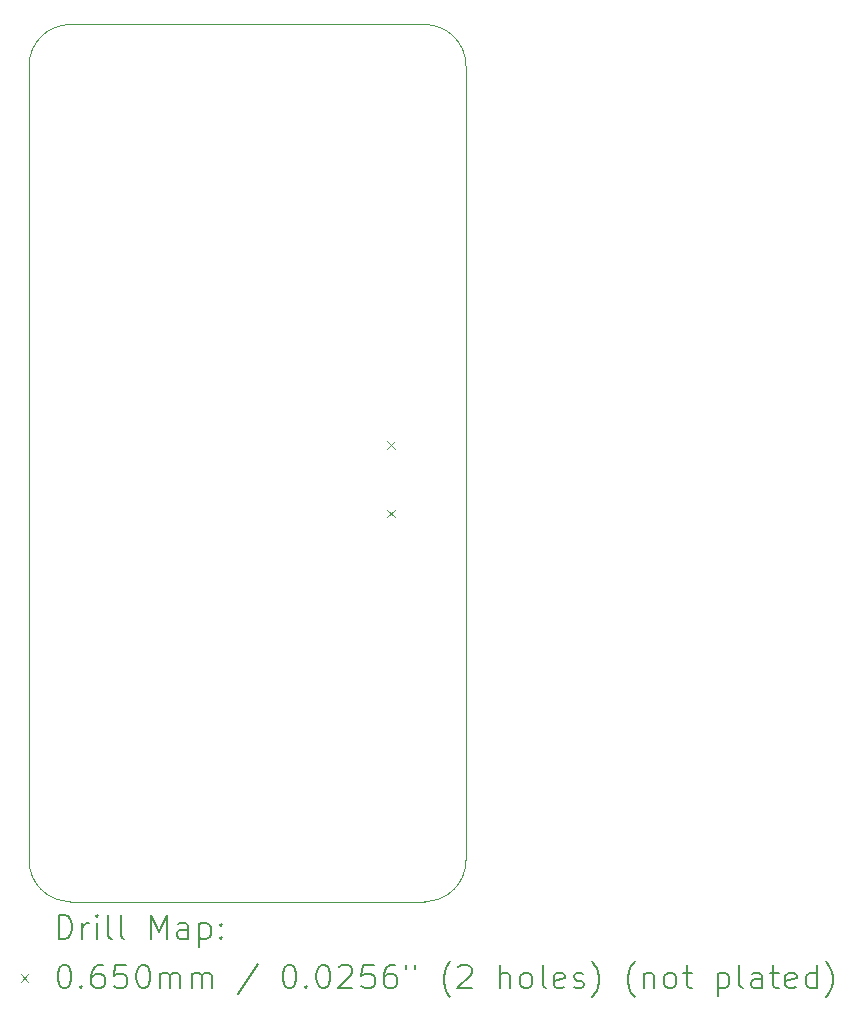
<source format=gbr>
%FSLAX45Y45*%
G04 Gerber Fmt 4.5, Leading zero omitted, Abs format (unit mm)*
G04 Created by KiCad (PCBNEW (5.99.0-7167-g34dbce6bce)) date 2021-01-04 09:36:02*
%MOMM*%
%LPD*%
G01*
G04 APERTURE LIST*
%TA.AperFunction,Profile*%
%ADD10C,0.100000*%
%TD*%
%ADD11C,0.200000*%
%ADD12C,0.065000*%
G04 APERTURE END LIST*
D10*
X1925000Y-1575000D02*
X4925000Y-1575000D01*
X1575000Y-8651000D02*
G75*
G03*
X1925000Y-9001000I350000J0D01*
G01*
X5275000Y-1925000D02*
X5275000Y-8651000D01*
X1925000Y-1575000D02*
G75*
G03*
X1575000Y-1925000I0J-350000D01*
G01*
X4925000Y-1575000D02*
G75*
G02*
X5275000Y-1925000I0J-350000D01*
G01*
X5275000Y-8651000D02*
G75*
G02*
X4925000Y-9001000I-350000J0D01*
G01*
X1575000Y-8651000D02*
X1575000Y-1925000D01*
X4925000Y-9001000D02*
X1925000Y-9001000D01*
D11*
D12*
X4607000Y-5103500D02*
X4672000Y-5168500D01*
X4672000Y-5103500D02*
X4607000Y-5168500D01*
X4607000Y-5681500D02*
X4672000Y-5746500D01*
X4672000Y-5681500D02*
X4607000Y-5746500D01*
D11*
X1827619Y-9316476D02*
X1827619Y-9116476D01*
X1875238Y-9116476D01*
X1903809Y-9126000D01*
X1922857Y-9145048D01*
X1932381Y-9164095D01*
X1941905Y-9202190D01*
X1941905Y-9230762D01*
X1932381Y-9268857D01*
X1922857Y-9287905D01*
X1903809Y-9306952D01*
X1875238Y-9316476D01*
X1827619Y-9316476D01*
X2027619Y-9316476D02*
X2027619Y-9183143D01*
X2027619Y-9221238D02*
X2037143Y-9202190D01*
X2046667Y-9192667D01*
X2065714Y-9183143D01*
X2084762Y-9183143D01*
X2151429Y-9316476D02*
X2151429Y-9183143D01*
X2151429Y-9116476D02*
X2141905Y-9126000D01*
X2151429Y-9135524D01*
X2160952Y-9126000D01*
X2151429Y-9116476D01*
X2151429Y-9135524D01*
X2275238Y-9316476D02*
X2256190Y-9306952D01*
X2246667Y-9287905D01*
X2246667Y-9116476D01*
X2380000Y-9316476D02*
X2360952Y-9306952D01*
X2351429Y-9287905D01*
X2351429Y-9116476D01*
X2608571Y-9316476D02*
X2608571Y-9116476D01*
X2675238Y-9259333D01*
X2741905Y-9116476D01*
X2741905Y-9316476D01*
X2922857Y-9316476D02*
X2922857Y-9211714D01*
X2913333Y-9192667D01*
X2894286Y-9183143D01*
X2856190Y-9183143D01*
X2837143Y-9192667D01*
X2922857Y-9306952D02*
X2903809Y-9316476D01*
X2856190Y-9316476D01*
X2837143Y-9306952D01*
X2827619Y-9287905D01*
X2827619Y-9268857D01*
X2837143Y-9249810D01*
X2856190Y-9240286D01*
X2903809Y-9240286D01*
X2922857Y-9230762D01*
X3018095Y-9183143D02*
X3018095Y-9383143D01*
X3018095Y-9192667D02*
X3037143Y-9183143D01*
X3075238Y-9183143D01*
X3094286Y-9192667D01*
X3103809Y-9202190D01*
X3113333Y-9221238D01*
X3113333Y-9278381D01*
X3103809Y-9297429D01*
X3094286Y-9306952D01*
X3075238Y-9316476D01*
X3037143Y-9316476D01*
X3018095Y-9306952D01*
X3199048Y-9297429D02*
X3208571Y-9306952D01*
X3199048Y-9316476D01*
X3189524Y-9306952D01*
X3199048Y-9297429D01*
X3199048Y-9316476D01*
X3199048Y-9192667D02*
X3208571Y-9202190D01*
X3199048Y-9211714D01*
X3189524Y-9202190D01*
X3199048Y-9192667D01*
X3199048Y-9211714D01*
D12*
X1505000Y-9613500D02*
X1570000Y-9678500D01*
X1570000Y-9613500D02*
X1505000Y-9678500D01*
D11*
X1865714Y-9536476D02*
X1884762Y-9536476D01*
X1903809Y-9546000D01*
X1913333Y-9555524D01*
X1922857Y-9574571D01*
X1932381Y-9612667D01*
X1932381Y-9660286D01*
X1922857Y-9698381D01*
X1913333Y-9717429D01*
X1903809Y-9726952D01*
X1884762Y-9736476D01*
X1865714Y-9736476D01*
X1846667Y-9726952D01*
X1837143Y-9717429D01*
X1827619Y-9698381D01*
X1818095Y-9660286D01*
X1818095Y-9612667D01*
X1827619Y-9574571D01*
X1837143Y-9555524D01*
X1846667Y-9546000D01*
X1865714Y-9536476D01*
X2018095Y-9717429D02*
X2027619Y-9726952D01*
X2018095Y-9736476D01*
X2008571Y-9726952D01*
X2018095Y-9717429D01*
X2018095Y-9736476D01*
X2199048Y-9536476D02*
X2160952Y-9536476D01*
X2141905Y-9546000D01*
X2132381Y-9555524D01*
X2113333Y-9584095D01*
X2103810Y-9622190D01*
X2103810Y-9698381D01*
X2113333Y-9717429D01*
X2122857Y-9726952D01*
X2141905Y-9736476D01*
X2180000Y-9736476D01*
X2199048Y-9726952D01*
X2208571Y-9717429D01*
X2218095Y-9698381D01*
X2218095Y-9650762D01*
X2208571Y-9631714D01*
X2199048Y-9622190D01*
X2180000Y-9612667D01*
X2141905Y-9612667D01*
X2122857Y-9622190D01*
X2113333Y-9631714D01*
X2103810Y-9650762D01*
X2399048Y-9536476D02*
X2303810Y-9536476D01*
X2294286Y-9631714D01*
X2303810Y-9622190D01*
X2322857Y-9612667D01*
X2370476Y-9612667D01*
X2389524Y-9622190D01*
X2399048Y-9631714D01*
X2408571Y-9650762D01*
X2408571Y-9698381D01*
X2399048Y-9717429D01*
X2389524Y-9726952D01*
X2370476Y-9736476D01*
X2322857Y-9736476D01*
X2303810Y-9726952D01*
X2294286Y-9717429D01*
X2532381Y-9536476D02*
X2551429Y-9536476D01*
X2570476Y-9546000D01*
X2580000Y-9555524D01*
X2589524Y-9574571D01*
X2599048Y-9612667D01*
X2599048Y-9660286D01*
X2589524Y-9698381D01*
X2580000Y-9717429D01*
X2570476Y-9726952D01*
X2551429Y-9736476D01*
X2532381Y-9736476D01*
X2513333Y-9726952D01*
X2503810Y-9717429D01*
X2494286Y-9698381D01*
X2484762Y-9660286D01*
X2484762Y-9612667D01*
X2494286Y-9574571D01*
X2503810Y-9555524D01*
X2513333Y-9546000D01*
X2532381Y-9536476D01*
X2684762Y-9736476D02*
X2684762Y-9603143D01*
X2684762Y-9622190D02*
X2694286Y-9612667D01*
X2713333Y-9603143D01*
X2741905Y-9603143D01*
X2760952Y-9612667D01*
X2770476Y-9631714D01*
X2770476Y-9736476D01*
X2770476Y-9631714D02*
X2780000Y-9612667D01*
X2799048Y-9603143D01*
X2827619Y-9603143D01*
X2846667Y-9612667D01*
X2856190Y-9631714D01*
X2856190Y-9736476D01*
X2951428Y-9736476D02*
X2951428Y-9603143D01*
X2951428Y-9622190D02*
X2960952Y-9612667D01*
X2980000Y-9603143D01*
X3008571Y-9603143D01*
X3027619Y-9612667D01*
X3037143Y-9631714D01*
X3037143Y-9736476D01*
X3037143Y-9631714D02*
X3046667Y-9612667D01*
X3065714Y-9603143D01*
X3094286Y-9603143D01*
X3113333Y-9612667D01*
X3122857Y-9631714D01*
X3122857Y-9736476D01*
X3513333Y-9526952D02*
X3341905Y-9784095D01*
X3770476Y-9536476D02*
X3789524Y-9536476D01*
X3808571Y-9546000D01*
X3818095Y-9555524D01*
X3827619Y-9574571D01*
X3837143Y-9612667D01*
X3837143Y-9660286D01*
X3827619Y-9698381D01*
X3818095Y-9717429D01*
X3808571Y-9726952D01*
X3789524Y-9736476D01*
X3770476Y-9736476D01*
X3751428Y-9726952D01*
X3741905Y-9717429D01*
X3732381Y-9698381D01*
X3722857Y-9660286D01*
X3722857Y-9612667D01*
X3732381Y-9574571D01*
X3741905Y-9555524D01*
X3751428Y-9546000D01*
X3770476Y-9536476D01*
X3922857Y-9717429D02*
X3932381Y-9726952D01*
X3922857Y-9736476D01*
X3913333Y-9726952D01*
X3922857Y-9717429D01*
X3922857Y-9736476D01*
X4056190Y-9536476D02*
X4075238Y-9536476D01*
X4094286Y-9546000D01*
X4103809Y-9555524D01*
X4113333Y-9574571D01*
X4122857Y-9612667D01*
X4122857Y-9660286D01*
X4113333Y-9698381D01*
X4103809Y-9717429D01*
X4094286Y-9726952D01*
X4075238Y-9736476D01*
X4056190Y-9736476D01*
X4037143Y-9726952D01*
X4027619Y-9717429D01*
X4018095Y-9698381D01*
X4008571Y-9660286D01*
X4008571Y-9612667D01*
X4018095Y-9574571D01*
X4027619Y-9555524D01*
X4037143Y-9546000D01*
X4056190Y-9536476D01*
X4199048Y-9555524D02*
X4208571Y-9546000D01*
X4227619Y-9536476D01*
X4275238Y-9536476D01*
X4294286Y-9546000D01*
X4303810Y-9555524D01*
X4313333Y-9574571D01*
X4313333Y-9593619D01*
X4303810Y-9622190D01*
X4189524Y-9736476D01*
X4313333Y-9736476D01*
X4494286Y-9536476D02*
X4399048Y-9536476D01*
X4389524Y-9631714D01*
X4399048Y-9622190D01*
X4418095Y-9612667D01*
X4465714Y-9612667D01*
X4484762Y-9622190D01*
X4494286Y-9631714D01*
X4503810Y-9650762D01*
X4503810Y-9698381D01*
X4494286Y-9717429D01*
X4484762Y-9726952D01*
X4465714Y-9736476D01*
X4418095Y-9736476D01*
X4399048Y-9726952D01*
X4389524Y-9717429D01*
X4675238Y-9536476D02*
X4637143Y-9536476D01*
X4618095Y-9546000D01*
X4608571Y-9555524D01*
X4589524Y-9584095D01*
X4580000Y-9622190D01*
X4580000Y-9698381D01*
X4589524Y-9717429D01*
X4599048Y-9726952D01*
X4618095Y-9736476D01*
X4656190Y-9736476D01*
X4675238Y-9726952D01*
X4684762Y-9717429D01*
X4694286Y-9698381D01*
X4694286Y-9650762D01*
X4684762Y-9631714D01*
X4675238Y-9622190D01*
X4656190Y-9612667D01*
X4618095Y-9612667D01*
X4599048Y-9622190D01*
X4589524Y-9631714D01*
X4580000Y-9650762D01*
X4770476Y-9536476D02*
X4770476Y-9574571D01*
X4846667Y-9536476D02*
X4846667Y-9574571D01*
X5141905Y-9812667D02*
X5132381Y-9803143D01*
X5113333Y-9774571D01*
X5103810Y-9755524D01*
X5094286Y-9726952D01*
X5084762Y-9679333D01*
X5084762Y-9641238D01*
X5094286Y-9593619D01*
X5103810Y-9565048D01*
X5113333Y-9546000D01*
X5132381Y-9517429D01*
X5141905Y-9507905D01*
X5208571Y-9555524D02*
X5218095Y-9546000D01*
X5237143Y-9536476D01*
X5284762Y-9536476D01*
X5303810Y-9546000D01*
X5313333Y-9555524D01*
X5322857Y-9574571D01*
X5322857Y-9593619D01*
X5313333Y-9622190D01*
X5199048Y-9736476D01*
X5322857Y-9736476D01*
X5560952Y-9736476D02*
X5560952Y-9536476D01*
X5646667Y-9736476D02*
X5646667Y-9631714D01*
X5637143Y-9612667D01*
X5618095Y-9603143D01*
X5589524Y-9603143D01*
X5570476Y-9612667D01*
X5560952Y-9622190D01*
X5770476Y-9736476D02*
X5751428Y-9726952D01*
X5741905Y-9717429D01*
X5732381Y-9698381D01*
X5732381Y-9641238D01*
X5741905Y-9622190D01*
X5751428Y-9612667D01*
X5770476Y-9603143D01*
X5799048Y-9603143D01*
X5818095Y-9612667D01*
X5827619Y-9622190D01*
X5837143Y-9641238D01*
X5837143Y-9698381D01*
X5827619Y-9717429D01*
X5818095Y-9726952D01*
X5799048Y-9736476D01*
X5770476Y-9736476D01*
X5951428Y-9736476D02*
X5932381Y-9726952D01*
X5922857Y-9707905D01*
X5922857Y-9536476D01*
X6103809Y-9726952D02*
X6084762Y-9736476D01*
X6046667Y-9736476D01*
X6027619Y-9726952D01*
X6018095Y-9707905D01*
X6018095Y-9631714D01*
X6027619Y-9612667D01*
X6046667Y-9603143D01*
X6084762Y-9603143D01*
X6103809Y-9612667D01*
X6113333Y-9631714D01*
X6113333Y-9650762D01*
X6018095Y-9669810D01*
X6189524Y-9726952D02*
X6208571Y-9736476D01*
X6246667Y-9736476D01*
X6265714Y-9726952D01*
X6275238Y-9707905D01*
X6275238Y-9698381D01*
X6265714Y-9679333D01*
X6246667Y-9669810D01*
X6218095Y-9669810D01*
X6199048Y-9660286D01*
X6189524Y-9641238D01*
X6189524Y-9631714D01*
X6199048Y-9612667D01*
X6218095Y-9603143D01*
X6246667Y-9603143D01*
X6265714Y-9612667D01*
X6341905Y-9812667D02*
X6351428Y-9803143D01*
X6370476Y-9774571D01*
X6380000Y-9755524D01*
X6389524Y-9726952D01*
X6399048Y-9679333D01*
X6399048Y-9641238D01*
X6389524Y-9593619D01*
X6380000Y-9565048D01*
X6370476Y-9546000D01*
X6351428Y-9517429D01*
X6341905Y-9507905D01*
X6703809Y-9812667D02*
X6694286Y-9803143D01*
X6675238Y-9774571D01*
X6665714Y-9755524D01*
X6656190Y-9726952D01*
X6646667Y-9679333D01*
X6646667Y-9641238D01*
X6656190Y-9593619D01*
X6665714Y-9565048D01*
X6675238Y-9546000D01*
X6694286Y-9517429D01*
X6703809Y-9507905D01*
X6780000Y-9603143D02*
X6780000Y-9736476D01*
X6780000Y-9622190D02*
X6789524Y-9612667D01*
X6808571Y-9603143D01*
X6837143Y-9603143D01*
X6856190Y-9612667D01*
X6865714Y-9631714D01*
X6865714Y-9736476D01*
X6989524Y-9736476D02*
X6970476Y-9726952D01*
X6960952Y-9717429D01*
X6951428Y-9698381D01*
X6951428Y-9641238D01*
X6960952Y-9622190D01*
X6970476Y-9612667D01*
X6989524Y-9603143D01*
X7018095Y-9603143D01*
X7037143Y-9612667D01*
X7046667Y-9622190D01*
X7056190Y-9641238D01*
X7056190Y-9698381D01*
X7046667Y-9717429D01*
X7037143Y-9726952D01*
X7018095Y-9736476D01*
X6989524Y-9736476D01*
X7113333Y-9603143D02*
X7189524Y-9603143D01*
X7141905Y-9536476D02*
X7141905Y-9707905D01*
X7151428Y-9726952D01*
X7170476Y-9736476D01*
X7189524Y-9736476D01*
X7408571Y-9603143D02*
X7408571Y-9803143D01*
X7408571Y-9612667D02*
X7427619Y-9603143D01*
X7465714Y-9603143D01*
X7484762Y-9612667D01*
X7494286Y-9622190D01*
X7503809Y-9641238D01*
X7503809Y-9698381D01*
X7494286Y-9717429D01*
X7484762Y-9726952D01*
X7465714Y-9736476D01*
X7427619Y-9736476D01*
X7408571Y-9726952D01*
X7618095Y-9736476D02*
X7599048Y-9726952D01*
X7589524Y-9707905D01*
X7589524Y-9536476D01*
X7780000Y-9736476D02*
X7780000Y-9631714D01*
X7770476Y-9612667D01*
X7751428Y-9603143D01*
X7713333Y-9603143D01*
X7694286Y-9612667D01*
X7780000Y-9726952D02*
X7760952Y-9736476D01*
X7713333Y-9736476D01*
X7694286Y-9726952D01*
X7684762Y-9707905D01*
X7684762Y-9688857D01*
X7694286Y-9669810D01*
X7713333Y-9660286D01*
X7760952Y-9660286D01*
X7780000Y-9650762D01*
X7846667Y-9603143D02*
X7922857Y-9603143D01*
X7875238Y-9536476D02*
X7875238Y-9707905D01*
X7884762Y-9726952D01*
X7903809Y-9736476D01*
X7922857Y-9736476D01*
X8065714Y-9726952D02*
X8046667Y-9736476D01*
X8008571Y-9736476D01*
X7989524Y-9726952D01*
X7980000Y-9707905D01*
X7980000Y-9631714D01*
X7989524Y-9612667D01*
X8008571Y-9603143D01*
X8046667Y-9603143D01*
X8065714Y-9612667D01*
X8075238Y-9631714D01*
X8075238Y-9650762D01*
X7980000Y-9669810D01*
X8246667Y-9736476D02*
X8246667Y-9536476D01*
X8246667Y-9726952D02*
X8227619Y-9736476D01*
X8189524Y-9736476D01*
X8170476Y-9726952D01*
X8160952Y-9717429D01*
X8151428Y-9698381D01*
X8151428Y-9641238D01*
X8160952Y-9622190D01*
X8170476Y-9612667D01*
X8189524Y-9603143D01*
X8227619Y-9603143D01*
X8246667Y-9612667D01*
X8322857Y-9812667D02*
X8332381Y-9803143D01*
X8351428Y-9774571D01*
X8360952Y-9755524D01*
X8370476Y-9726952D01*
X8380000Y-9679333D01*
X8380000Y-9641238D01*
X8370476Y-9593619D01*
X8360952Y-9565048D01*
X8351428Y-9546000D01*
X8332381Y-9517429D01*
X8322857Y-9507905D01*
M02*

</source>
